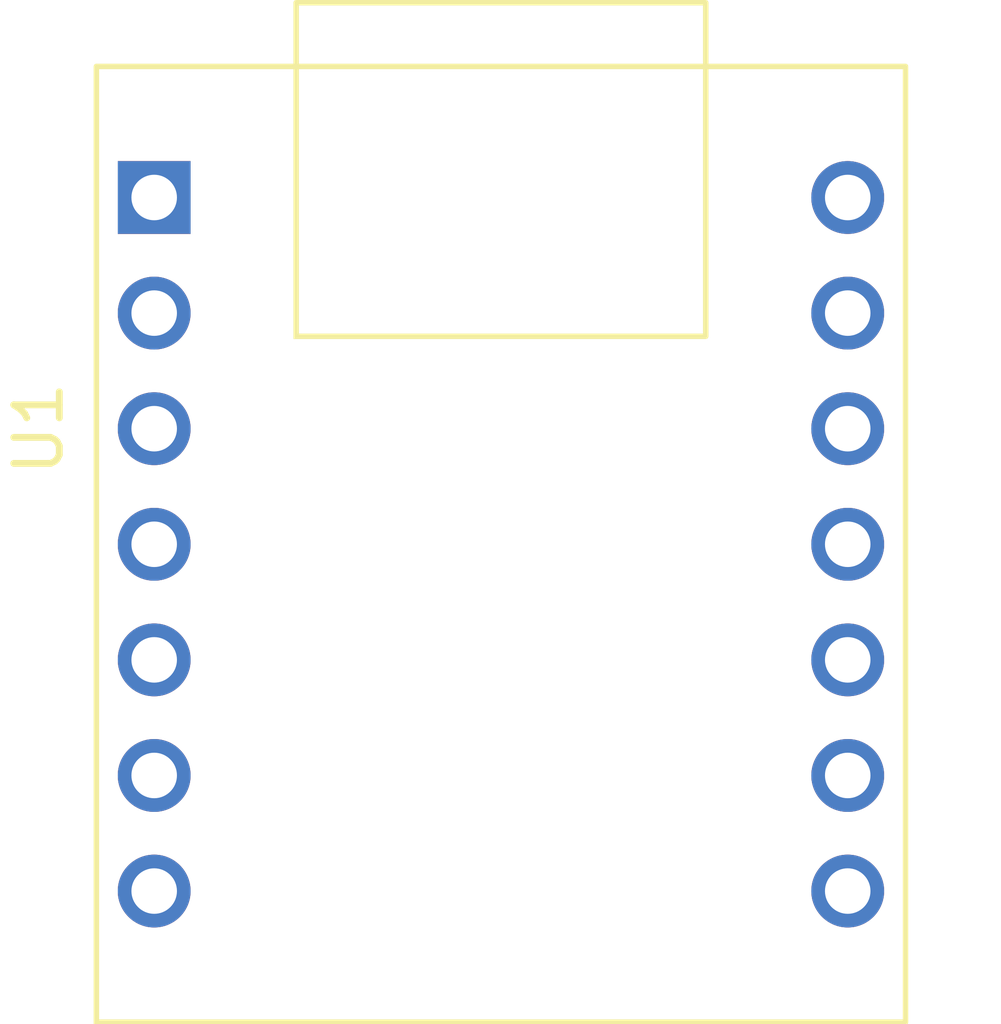
<source format=kicad_pcb>
(kicad_pcb (version 20240108) (generator "pcbnew") (generator_version "8.0")
  (layers (0 "F.Cu" signal) (31 "B.Cu" signal) (34 "B.Paste" user) (35 "F.Paste" user) (36 "B.SilkS" user "B.Silkscreen") (37 "F.SilkS" user "F.Silkscreen") (38 "B.Mask" user) (39 "F.Mask" user) (44 "Edge.Cuts" user))
  (net 0 "")
  (net 3 "GND")
  (footprint "XIAO_PCB:MOUDLE14P-2.54-21X17.8MM" (layer "F.Cu") (at 79.63 54.37 90)
    (property "Reference" "U1" (at 2.54 -10.16 90) (layer "F.SilkS"))
    (property "Value" "XIAO-RP2040-DIP")
    (fp_rect (start -10.5 -8.89) (end 10.5 8.89) (stroke (width 0.12)) (fill none) (layer "F.SilkS"))
    (fp_rect (start 4.57 -4.5) (end 11.9 4.5) (stroke (width 0.12)) (fill none) (layer "F.SilkS"))
    (pad "1" thru_hole rect (at 7.62 -7.62 90) (size 1.6 1.6) (drill 1) (layers "*.Cu" "*.Mask"))
    (pad "2" thru_hole circle (at 5.08 -7.62 90) (size 1.6 1.6) (drill 1) (layers "*.Cu" "*.Mask"))
    (pad "3" thru_hole circle (at 2.54 -7.62 90) (size 1.6 1.6) (drill 1) (layers "*.Cu" "*.Mask"))
    (pad "4" thru_hole circle (at 0 -7.62 90) (size 1.6 1.6) (drill 1) (layers "*.Cu" "*.Mask"))
    (pad "5" thru_hole circle (at -2.54 -7.62 90) (size 1.6 1.6) (drill 1) (layers "*.Cu" "*.Mask"))
    (pad "6" thru_hole circle (at -5.08 -7.62 90) (size 1.6 1.6) (drill 1) (layers "*.Cu" "*.Mask"))
    (pad "7" thru_hole circle (at -7.62 -7.62 90) (size 1.6 1.6) (drill 1) (layers "*.Cu" "*.Mask"))
    (pad "8" thru_hole circle (at -7.62 7.62 90) (size 1.6 1.6) (drill 1) (layers "*.Cu" "*.Mask"))
    (pad "9" thru_hole circle (at -5.08 7.62 90) (size 1.6 1.6) (drill 1) (layers "*.Cu" "*.Mask"))
    (pad "10" thru_hole circle (at -2.54 7.62 90) (size 1.6 1.6) (drill 1) (layers "*.Cu" "*.Mask"))
    (pad "11" thru_hole circle (at 0 7.62 90) (size 1.6 1.6) (drill 1) (layers "*.Cu" "*.Mask"))
    (pad "12" thru_hole circle (at 2.54 7.62 90) (size 1.6 1.6) (drill 1) (layers "*.Cu" "*.Mask"))
    (pad "13" thru_hole circle (at 5.08 7.62 90) (size 1.6 1.6) (drill 1) (layers "*.Cu" "*.Mask") (net 3 "GND"))
    (pad "14" thru_hole circle (at 7.62 7.62 90) (size 1.6 1.6) (drill 1) (layers "*.Cu" "*.Mask"))
  )
)
</source>
